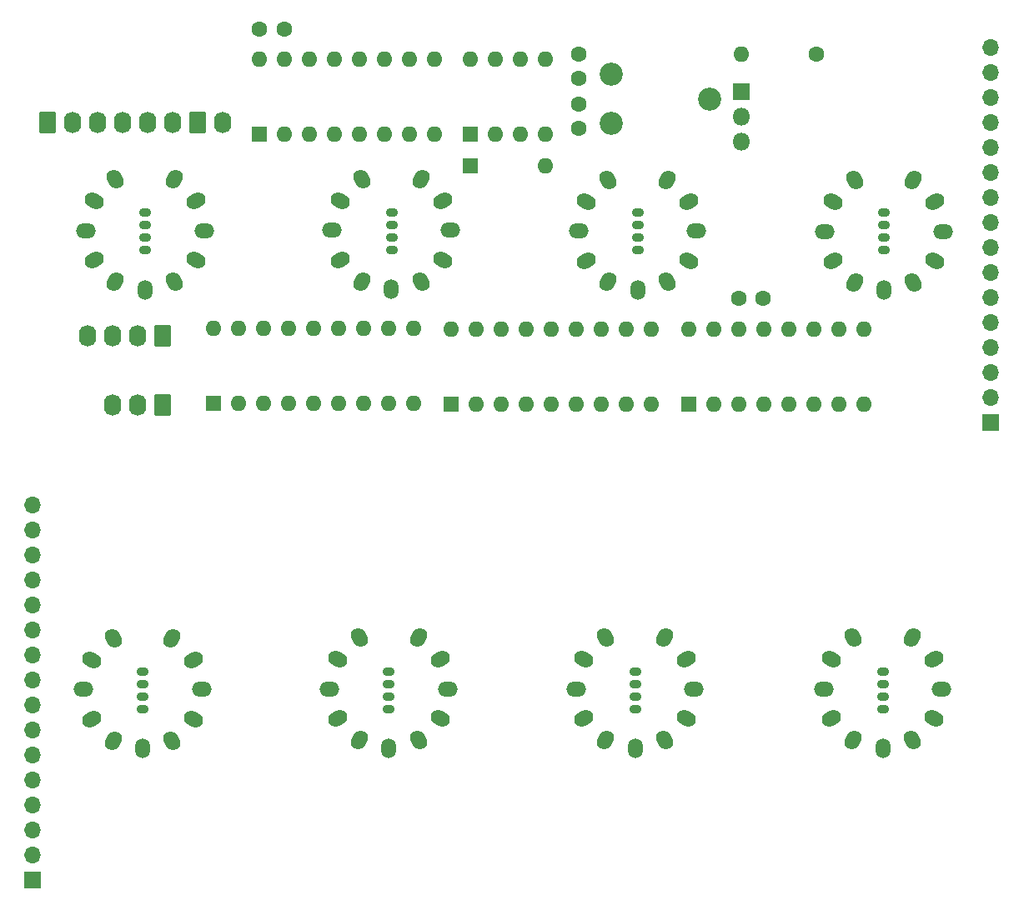
<source format=gbr>
%TF.GenerationSoftware,KiCad,Pcbnew,7.0.1*%
%TF.CreationDate,2023-05-21T16:34:47+02:00*%
%TF.ProjectId,kicad,6b696361-642e-46b6-9963-61645f706362,rev?*%
%TF.SameCoordinates,Original*%
%TF.FileFunction,Soldermask,Bot*%
%TF.FilePolarity,Negative*%
%FSLAX46Y46*%
G04 Gerber Fmt 4.6, Leading zero omitted, Abs format (unit mm)*
G04 Created by KiCad (PCBNEW 7.0.1) date 2023-05-21 16:34:47*
%MOMM*%
%LPD*%
G01*
G04 APERTURE LIST*
G04 Aperture macros list*
%AMRoundRect*
0 Rectangle with rounded corners*
0 $1 Rounding radius*
0 $2 $3 $4 $5 $6 $7 $8 $9 X,Y pos of 4 corners*
0 Add a 4 corners polygon primitive as box body*
4,1,4,$2,$3,$4,$5,$6,$7,$8,$9,$2,$3,0*
0 Add four circle primitives for the rounded corners*
1,1,$1+$1,$2,$3*
1,1,$1+$1,$4,$5*
1,1,$1+$1,$6,$7*
1,1,$1+$1,$8,$9*
0 Add four rect primitives between the rounded corners*
20,1,$1+$1,$2,$3,$4,$5,0*
20,1,$1+$1,$4,$5,$6,$7,0*
20,1,$1+$1,$6,$7,$8,$9,0*
20,1,$1+$1,$8,$9,$2,$3,0*%
%AMHorizOval*
0 Thick line with rounded ends*
0 $1 width*
0 $2 $3 position (X,Y) of the first rounded end (center of the circle)*
0 $4 $5 position (X,Y) of the second rounded end (center of the circle)*
0 Add line between two ends*
20,1,$1,$2,$3,$4,$5,0*
0 Add two circle primitives to create the rounded ends*
1,1,$1,$2,$3*
1,1,$1,$4,$5*%
G04 Aperture macros list end*
%ADD10R,1.600000X1.600000*%
%ADD11O,1.600000X1.600000*%
%ADD12R,1.800000X1.800000*%
%ADD13O,1.800000X1.800000*%
%ADD14C,1.600000*%
%ADD15R,1.700000X1.700000*%
%ADD16O,1.700000X1.700000*%
%ADD17RoundRect,0.250000X-0.620000X-0.845000X0.620000X-0.845000X0.620000X0.845000X-0.620000X0.845000X0*%
%ADD18O,1.740000X2.190000*%
%ADD19RoundRect,0.250000X0.620000X0.845000X-0.620000X0.845000X-0.620000X-0.845000X0.620000X-0.845000X0*%
%ADD20C,2.340000*%
%ADD21O,1.200000X0.900000*%
%ADD22HorizOval,1.500000X0.125000X0.216506X-0.125000X-0.216506X0*%
%ADD23HorizOval,1.500000X0.216506X0.125000X-0.216506X-0.125000X0*%
%ADD24O,2.000000X1.500000*%
%ADD25HorizOval,1.500000X-0.216506X0.125000X0.216506X-0.125000X0*%
%ADD26HorizOval,1.500000X-0.125000X0.216506X0.125000X-0.216506X0*%
%ADD27O,1.500000X2.000000*%
%ADD28HorizOval,1.500000X-0.125000X-0.216506X0.125000X0.216506X0*%
%ADD29HorizOval,1.500000X-0.216506X-0.125000X0.216506X0.125000X0*%
G04 APERTURE END LIST*
D10*
%TO.C,D1*%
X140431200Y-50752000D03*
D11*
X148051200Y-50752000D03*
%TD*%
D10*
%TO.C,U1*%
X140441200Y-47567000D03*
D11*
X142981200Y-47567000D03*
X145521200Y-47567000D03*
X148061200Y-47567000D03*
X148061200Y-39947000D03*
X145521200Y-39947000D03*
X142981200Y-39947000D03*
X140441200Y-39947000D03*
%TD*%
D10*
%TO.C,U4*%
X119031200Y-47567000D03*
D11*
X121571200Y-47567000D03*
X124111200Y-47567000D03*
X126651200Y-47567000D03*
X129191200Y-47567000D03*
X131731200Y-47567000D03*
X134271200Y-47567000D03*
X136811200Y-47567000D03*
X136811200Y-39947000D03*
X134271200Y-39947000D03*
X131731200Y-39947000D03*
X129191200Y-39947000D03*
X126651200Y-39947000D03*
X124111200Y-39947000D03*
X121571200Y-39947000D03*
X119031200Y-39947000D03*
%TD*%
D12*
%TO.C,Q1*%
X167976200Y-43197000D03*
D13*
X167976200Y-45737000D03*
X167976200Y-48277000D03*
%TD*%
D14*
%TO.C,C4*%
X167696200Y-64232000D03*
X170196200Y-64232000D03*
%TD*%
D10*
%TO.C,U5*%
X114396200Y-74882000D03*
D11*
X116936200Y-74882000D03*
X119476200Y-74882000D03*
X122016200Y-74882000D03*
X124556200Y-74882000D03*
X127096200Y-74882000D03*
X129636200Y-74882000D03*
X132176200Y-74882000D03*
X134716200Y-74882000D03*
X134716200Y-67262000D03*
X132176200Y-67262000D03*
X129636200Y-67262000D03*
X127096200Y-67262000D03*
X124556200Y-67262000D03*
X122016200Y-67262000D03*
X119476200Y-67262000D03*
X116936200Y-67262000D03*
X114396200Y-67262000D03*
%TD*%
D14*
%TO.C,C1*%
X151466200Y-39407000D03*
X151466200Y-41907000D03*
%TD*%
%TO.C,C2*%
X151466200Y-46987000D03*
X151466200Y-44487000D03*
%TD*%
D15*
%TO.C,J6*%
X96011200Y-123317000D03*
D16*
X96011200Y-120777000D03*
X96011200Y-118237000D03*
X96011200Y-115697000D03*
X96011200Y-113157000D03*
X96011200Y-110617000D03*
X96011200Y-108077000D03*
X96011200Y-105537000D03*
X96011200Y-102997000D03*
X96011200Y-100457000D03*
X96011200Y-97917000D03*
X96011200Y-95377000D03*
X96011200Y-92837000D03*
X96011200Y-90297000D03*
X96011200Y-87757000D03*
X96011200Y-85217000D03*
%TD*%
D14*
%TO.C,R1*%
X175596200Y-39387000D03*
D11*
X167976200Y-39387000D03*
%TD*%
D10*
%TO.C,U3*%
X138526200Y-74942000D03*
D11*
X141066200Y-74942000D03*
X143606200Y-74942000D03*
X146146200Y-74942000D03*
X148686200Y-74942000D03*
X151226200Y-74942000D03*
X153766200Y-74942000D03*
X156306200Y-74942000D03*
X158846200Y-74942000D03*
X158846200Y-67322000D03*
X156306200Y-67322000D03*
X153766200Y-67322000D03*
X151226200Y-67322000D03*
X148686200Y-67322000D03*
X146146200Y-67322000D03*
X143606200Y-67322000D03*
X141066200Y-67322000D03*
X138526200Y-67322000D03*
%TD*%
D17*
%TO.C,J3*%
X112731200Y-46372000D03*
D18*
X115271200Y-46372000D03*
%TD*%
D10*
%TO.C,U2*%
X162656200Y-74942000D03*
D11*
X165196200Y-74942000D03*
X167736200Y-74942000D03*
X170276200Y-74942000D03*
X172816200Y-74942000D03*
X175356200Y-74942000D03*
X177896200Y-74942000D03*
X180436200Y-74942000D03*
X180436200Y-67322000D03*
X177896200Y-67322000D03*
X175356200Y-67322000D03*
X172816200Y-67322000D03*
X170276200Y-67322000D03*
X167736200Y-67322000D03*
X165196200Y-67322000D03*
X162656200Y-67322000D03*
%TD*%
D15*
%TO.C,J5*%
X193311200Y-76831600D03*
D16*
X193311200Y-74291600D03*
X193311200Y-71751600D03*
X193311200Y-69211600D03*
X193311200Y-66671600D03*
X193311200Y-64131600D03*
X193311200Y-61591600D03*
X193311200Y-59051600D03*
X193311200Y-56511600D03*
X193311200Y-53971600D03*
X193311200Y-51431600D03*
X193311200Y-48891600D03*
X193311200Y-46351600D03*
X193311200Y-43811600D03*
X193311200Y-41271600D03*
X193311200Y-38731600D03*
%TD*%
D14*
%TO.C,C3*%
X119051200Y-36877000D03*
X121551200Y-36877000D03*
%TD*%
D19*
%TO.C,J2*%
X109236200Y-68042000D03*
D18*
X106696200Y-68042000D03*
X104156200Y-68042000D03*
X101616200Y-68042000D03*
%TD*%
D19*
%TO.C,J1*%
X109236200Y-75027000D03*
D18*
X106696200Y-75027000D03*
X104156200Y-75027000D03*
%TD*%
D17*
%TO.C,J4*%
X97491200Y-46372000D03*
D18*
X100031200Y-46372000D03*
X102571200Y-46372000D03*
X105111200Y-46372000D03*
X107651200Y-46372000D03*
X110191200Y-46372000D03*
%TD*%
D20*
%TO.C,RV1*%
X154721200Y-46482000D03*
X164721200Y-43982000D03*
X154721200Y-41482000D03*
%TD*%
D21*
%TO.C,LED7*%
X157161200Y-105932000D03*
X157161200Y-104662000D03*
X157161200Y-103392000D03*
X157161200Y-102122000D03*
%TD*%
%TO.C,LED3*%
X157451200Y-59347000D03*
X157451200Y-58077000D03*
X157451200Y-56807000D03*
X157451200Y-55537000D03*
%TD*%
D22*
%TO.C,VFD8*%
X185311200Y-98719648D03*
D23*
X187507352Y-100915800D03*
D24*
X188311200Y-103915800D03*
D25*
X187507352Y-106915800D03*
D26*
X185311200Y-109111952D03*
D27*
X182311200Y-109915800D03*
D28*
X179311201Y-109111952D03*
D29*
X177115048Y-106915800D03*
D24*
X176311200Y-103915800D03*
D25*
X177115048Y-100915801D03*
D26*
X179311201Y-98719648D03*
%TD*%
D22*
%TO.C,VFD6*%
X135161200Y-98719648D03*
D23*
X137357352Y-100915800D03*
D24*
X138161200Y-103915800D03*
D25*
X137357352Y-106915800D03*
D26*
X135161200Y-109111952D03*
D27*
X132161200Y-109915800D03*
D28*
X129161201Y-109111952D03*
D29*
X126965048Y-106915800D03*
D24*
X126161200Y-103915800D03*
D25*
X126965048Y-100915801D03*
D26*
X129161201Y-98719648D03*
%TD*%
D22*
%TO.C,VFD2*%
X135416500Y-52115248D03*
D23*
X137612652Y-54311400D03*
D24*
X138416500Y-57311400D03*
D25*
X137612652Y-60311400D03*
D26*
X135416500Y-62507552D03*
D27*
X132416500Y-63311400D03*
D28*
X129416501Y-62507552D03*
D29*
X127220348Y-60311400D03*
D24*
X126416500Y-57311400D03*
D25*
X127220348Y-54311401D03*
D26*
X129416501Y-52115248D03*
%TD*%
D22*
%TO.C,VFD7*%
X160161200Y-98719648D03*
D23*
X162357352Y-100915800D03*
D24*
X163161200Y-103915800D03*
D25*
X162357352Y-106915800D03*
D26*
X160161200Y-109111952D03*
D27*
X157161200Y-109915800D03*
D28*
X154161201Y-109111952D03*
D29*
X151965048Y-106915800D03*
D24*
X151161200Y-103915800D03*
D25*
X151965048Y-100915801D03*
D26*
X154161201Y-98719648D03*
%TD*%
D21*
%TO.C,LED4*%
X182427300Y-59347000D03*
X182427300Y-58077000D03*
X182427300Y-56807000D03*
X182427300Y-55537000D03*
%TD*%
%TO.C,LED2*%
X132451200Y-59347000D03*
X132451200Y-58077000D03*
X132451200Y-56807000D03*
X132451200Y-55537000D03*
%TD*%
%TO.C,LED5*%
X107161200Y-105932000D03*
X107161200Y-104662000D03*
X107161200Y-103392000D03*
X107161200Y-102122000D03*
%TD*%
D22*
%TO.C,VFD1*%
X110411200Y-52148048D03*
D23*
X112607352Y-54344200D03*
D24*
X113411200Y-57344200D03*
D25*
X112607352Y-60344200D03*
D26*
X110411200Y-62540352D03*
D27*
X107411200Y-63344200D03*
D28*
X104411201Y-62540352D03*
D29*
X102215048Y-60344200D03*
D24*
X101411200Y-57344200D03*
D25*
X102215048Y-54344201D03*
D26*
X104411201Y-52148048D03*
%TD*%
D21*
%TO.C,LED6*%
X132161200Y-105932000D03*
X132161200Y-104662000D03*
X132161200Y-103392000D03*
X132161200Y-102122000D03*
%TD*%
D22*
%TO.C,VFD3*%
X160421900Y-52180848D03*
D23*
X162618052Y-54377000D03*
D24*
X163421900Y-57377000D03*
D25*
X162618052Y-60377000D03*
D26*
X160421900Y-62573152D03*
D27*
X157421900Y-63377000D03*
D28*
X154421901Y-62573152D03*
D29*
X152225748Y-60377000D03*
D24*
X151421900Y-57377000D03*
D25*
X152225748Y-54377001D03*
D26*
X154421901Y-52180848D03*
%TD*%
D21*
%TO.C,LED1*%
X107411200Y-59347000D03*
X107411200Y-58077000D03*
X107411200Y-56807000D03*
X107411200Y-55537000D03*
%TD*%
D22*
%TO.C,VFD5*%
X110165000Y-98765848D03*
D23*
X112361152Y-100962000D03*
D24*
X113165000Y-103962000D03*
D25*
X112361152Y-106962000D03*
D26*
X110165000Y-109158152D03*
D27*
X107165000Y-109962000D03*
D28*
X104165001Y-109158152D03*
D29*
X101968848Y-106962000D03*
D24*
X101165000Y-103962000D03*
D25*
X101968848Y-100962001D03*
D26*
X104165001Y-98765848D03*
%TD*%
D22*
%TO.C,VFD4*%
X185427300Y-52213648D03*
D23*
X187623452Y-54409800D03*
D24*
X188427300Y-57409800D03*
D25*
X187623452Y-60409800D03*
D26*
X185427300Y-62605952D03*
D27*
X182427300Y-63409800D03*
D28*
X179427301Y-62605952D03*
D29*
X177231148Y-60409800D03*
D24*
X176427300Y-57409800D03*
D25*
X177231148Y-54409801D03*
D26*
X179427301Y-52213648D03*
%TD*%
D21*
%TO.C,LED8*%
X182311200Y-105932000D03*
X182311200Y-104662000D03*
X182311200Y-103392000D03*
X182311200Y-102122000D03*
%TD*%
M02*

</source>
